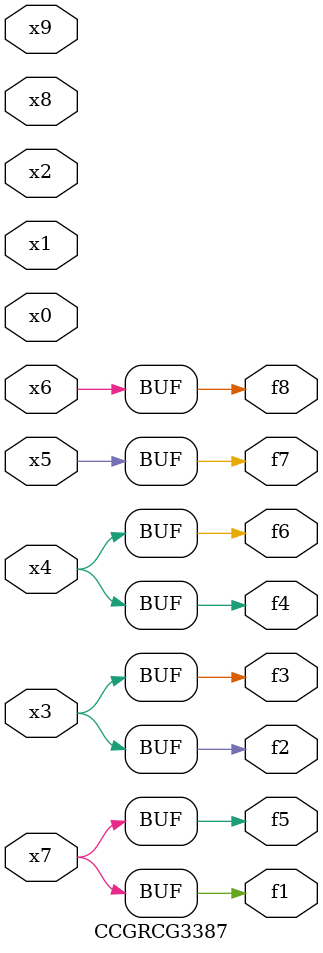
<source format=v>
module CCGRCG3387(
	input x0, x1, x2, x3, x4, x5, x6, x7, x8, x9,
	output f1, f2, f3, f4, f5, f6, f7, f8
);
	assign f1 = x7;
	assign f2 = x3;
	assign f3 = x3;
	assign f4 = x4;
	assign f5 = x7;
	assign f6 = x4;
	assign f7 = x5;
	assign f8 = x6;
endmodule

</source>
